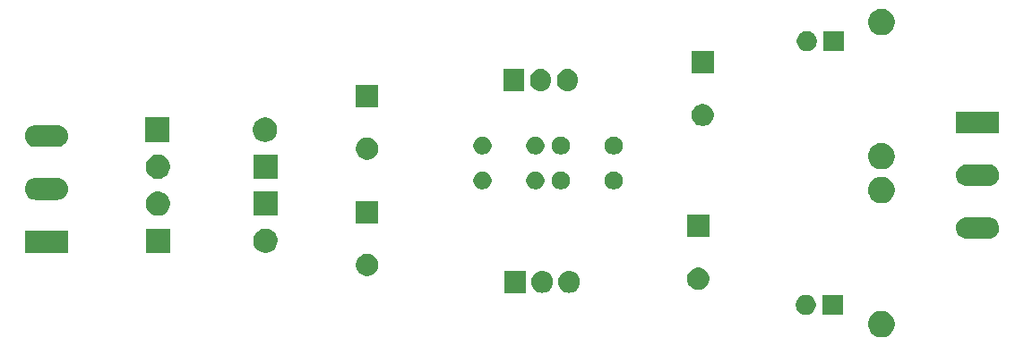
<source format=gbr>
G04 #@! TF.GenerationSoftware,KiCad,Pcbnew,5.1.5+dfsg1-2build2*
G04 #@! TF.CreationDate,2021-08-20T20:11:23+12:00*
G04 #@! TF.ProjectId,15vDualRailAC-DC,31357644-7561-46c5-9261-696c41432d44,rev?*
G04 #@! TF.SameCoordinates,Original*
G04 #@! TF.FileFunction,Soldermask,Top*
G04 #@! TF.FilePolarity,Negative*
%FSLAX46Y46*%
G04 Gerber Fmt 4.6, Leading zero omitted, Abs format (unit mm)*
G04 Created by KiCad (PCBNEW 5.1.5+dfsg1-2build2) date 2021-08-20 20:11:23*
%MOMM*%
%LPD*%
G04 APERTURE LIST*
%ADD10C,0.100000*%
G04 APERTURE END LIST*
D10*
G36*
X174264903Y-87697075D02*
G01*
X174492571Y-87791378D01*
X174697466Y-87928285D01*
X174871715Y-88102534D01*
X175008622Y-88307429D01*
X175102925Y-88535097D01*
X175151000Y-88776787D01*
X175151000Y-89023213D01*
X175102925Y-89264903D01*
X175008622Y-89492571D01*
X174871715Y-89697466D01*
X174697466Y-89871715D01*
X174492571Y-90008622D01*
X174492570Y-90008623D01*
X174492569Y-90008623D01*
X174264903Y-90102925D01*
X174023214Y-90151000D01*
X173776786Y-90151000D01*
X173535097Y-90102925D01*
X173307431Y-90008623D01*
X173307430Y-90008623D01*
X173307429Y-90008622D01*
X173102534Y-89871715D01*
X172928285Y-89697466D01*
X172791378Y-89492571D01*
X172697075Y-89264903D01*
X172649000Y-89023213D01*
X172649000Y-88776787D01*
X172697075Y-88535097D01*
X172791378Y-88307429D01*
X172928285Y-88102534D01*
X173102534Y-87928285D01*
X173307429Y-87791378D01*
X173535097Y-87697075D01*
X173776786Y-87649000D01*
X174023214Y-87649000D01*
X174264903Y-87697075D01*
G37*
G36*
X170251000Y-88051000D02*
G01*
X168349000Y-88051000D01*
X168349000Y-86149000D01*
X170251000Y-86149000D01*
X170251000Y-88051000D01*
G37*
G36*
X167037395Y-86185546D02*
G01*
X167210466Y-86257234D01*
X167210467Y-86257235D01*
X167366227Y-86361310D01*
X167498690Y-86493773D01*
X167498691Y-86493775D01*
X167602766Y-86649534D01*
X167674454Y-86822605D01*
X167711000Y-87006333D01*
X167711000Y-87193667D01*
X167674454Y-87377395D01*
X167602766Y-87550466D01*
X167602765Y-87550467D01*
X167498690Y-87706227D01*
X167366227Y-87838690D01*
X167287818Y-87891081D01*
X167210466Y-87942766D01*
X167037395Y-88014454D01*
X166853667Y-88051000D01*
X166666333Y-88051000D01*
X166482605Y-88014454D01*
X166309534Y-87942766D01*
X166232182Y-87891081D01*
X166153773Y-87838690D01*
X166021310Y-87706227D01*
X165917235Y-87550467D01*
X165917234Y-87550466D01*
X165845546Y-87377395D01*
X165809000Y-87193667D01*
X165809000Y-87006333D01*
X165845546Y-86822605D01*
X165917234Y-86649534D01*
X166021309Y-86493775D01*
X166021310Y-86493773D01*
X166153773Y-86361310D01*
X166309533Y-86257235D01*
X166309534Y-86257234D01*
X166482605Y-86185546D01*
X166666333Y-86149000D01*
X166853667Y-86149000D01*
X167037395Y-86185546D01*
G37*
G36*
X144576719Y-83863520D02*
G01*
X144765880Y-83920901D01*
X144765883Y-83920902D01*
X144857688Y-83969973D01*
X144940212Y-84014083D01*
X145093015Y-84139485D01*
X145218417Y-84292288D01*
X145311599Y-84466619D01*
X145368980Y-84655780D01*
X145383500Y-84803206D01*
X145383500Y-84996793D01*
X145368980Y-85144219D01*
X145330833Y-85269973D01*
X145311598Y-85333383D01*
X145267243Y-85416365D01*
X145218417Y-85507712D01*
X145093015Y-85660515D01*
X144940212Y-85785917D01*
X144765881Y-85879099D01*
X144576720Y-85936480D01*
X144380000Y-85955855D01*
X144183281Y-85936480D01*
X143994120Y-85879099D01*
X143819788Y-85785917D01*
X143666985Y-85660515D01*
X143541583Y-85507712D01*
X143448401Y-85333381D01*
X143391020Y-85144220D01*
X143376500Y-84996794D01*
X143376500Y-84803207D01*
X143391020Y-84655781D01*
X143448401Y-84466620D01*
X143448402Y-84466617D01*
X143510201Y-84351000D01*
X143541583Y-84292288D01*
X143666985Y-84139485D01*
X143819788Y-84014083D01*
X143994119Y-83920901D01*
X144183280Y-83863520D01*
X144380000Y-83844145D01*
X144576719Y-83863520D01*
G37*
G36*
X142036719Y-83863520D02*
G01*
X142225880Y-83920901D01*
X142225883Y-83920902D01*
X142317688Y-83969973D01*
X142400212Y-84014083D01*
X142553015Y-84139485D01*
X142678417Y-84292288D01*
X142771599Y-84466619D01*
X142828980Y-84655780D01*
X142843500Y-84803206D01*
X142843500Y-84996793D01*
X142828980Y-85144219D01*
X142790833Y-85269973D01*
X142771598Y-85333383D01*
X142727243Y-85416365D01*
X142678417Y-85507712D01*
X142553015Y-85660515D01*
X142400212Y-85785917D01*
X142225881Y-85879099D01*
X142036720Y-85936480D01*
X141840000Y-85955855D01*
X141643281Y-85936480D01*
X141454120Y-85879099D01*
X141279788Y-85785917D01*
X141126985Y-85660515D01*
X141001583Y-85507712D01*
X140908401Y-85333381D01*
X140851020Y-85144220D01*
X140836500Y-84996794D01*
X140836500Y-84803207D01*
X140851020Y-84655781D01*
X140908401Y-84466620D01*
X140908402Y-84466617D01*
X140970201Y-84351000D01*
X141001583Y-84292288D01*
X141126985Y-84139485D01*
X141279788Y-84014083D01*
X141454119Y-83920901D01*
X141643280Y-83863520D01*
X141840000Y-83844145D01*
X142036719Y-83863520D01*
G37*
G36*
X140303500Y-85951000D02*
G01*
X138296500Y-85951000D01*
X138296500Y-83849000D01*
X140303500Y-83849000D01*
X140303500Y-85951000D01*
G37*
G36*
X156906564Y-83589389D02*
G01*
X157097833Y-83668615D01*
X157097835Y-83668616D01*
X157269973Y-83783635D01*
X157416365Y-83930027D01*
X157531385Y-84102167D01*
X157610611Y-84293436D01*
X157651000Y-84496484D01*
X157651000Y-84703516D01*
X157610611Y-84906564D01*
X157573236Y-84996795D01*
X157531384Y-85097835D01*
X157416365Y-85269973D01*
X157269973Y-85416365D01*
X157097835Y-85531384D01*
X157097834Y-85531385D01*
X157097833Y-85531385D01*
X156906564Y-85610611D01*
X156703516Y-85651000D01*
X156496484Y-85651000D01*
X156293436Y-85610611D01*
X156102167Y-85531385D01*
X156102166Y-85531385D01*
X156102165Y-85531384D01*
X155930027Y-85416365D01*
X155783635Y-85269973D01*
X155668616Y-85097835D01*
X155626764Y-84996795D01*
X155589389Y-84906564D01*
X155549000Y-84703516D01*
X155549000Y-84496484D01*
X155589389Y-84293436D01*
X155668615Y-84102167D01*
X155783635Y-83930027D01*
X155930027Y-83783635D01*
X156102165Y-83668616D01*
X156102167Y-83668615D01*
X156293436Y-83589389D01*
X156496484Y-83549000D01*
X156703516Y-83549000D01*
X156906564Y-83589389D01*
G37*
G36*
X125606564Y-82289389D02*
G01*
X125797833Y-82368615D01*
X125797835Y-82368616D01*
X125969973Y-82483635D01*
X126116365Y-82630027D01*
X126231385Y-82802167D01*
X126310611Y-82993436D01*
X126351000Y-83196484D01*
X126351000Y-83403516D01*
X126310611Y-83606564D01*
X126284908Y-83668616D01*
X126231384Y-83797835D01*
X126116365Y-83969973D01*
X125969973Y-84116365D01*
X125797835Y-84231384D01*
X125797834Y-84231385D01*
X125797833Y-84231385D01*
X125606564Y-84310611D01*
X125403516Y-84351000D01*
X125196484Y-84351000D01*
X124993436Y-84310611D01*
X124802167Y-84231385D01*
X124802166Y-84231385D01*
X124802165Y-84231384D01*
X124630027Y-84116365D01*
X124483635Y-83969973D01*
X124368616Y-83797835D01*
X124315092Y-83668616D01*
X124289389Y-83606564D01*
X124249000Y-83403516D01*
X124249000Y-83196484D01*
X124289389Y-82993436D01*
X124368615Y-82802167D01*
X124483635Y-82630027D01*
X124630027Y-82483635D01*
X124802165Y-82368616D01*
X124802167Y-82368615D01*
X124993436Y-82289389D01*
X125196484Y-82249000D01*
X125403516Y-82249000D01*
X125606564Y-82289389D01*
G37*
G36*
X106691000Y-82151000D02*
G01*
X104389000Y-82151000D01*
X104389000Y-79849000D01*
X106691000Y-79849000D01*
X106691000Y-82151000D01*
G37*
G36*
X115924549Y-79871116D02*
G01*
X116035734Y-79893232D01*
X116245203Y-79979997D01*
X116433720Y-80105960D01*
X116594040Y-80266280D01*
X116670790Y-80381145D01*
X116720004Y-80454799D01*
X116806768Y-80664267D01*
X116841923Y-80841000D01*
X116851000Y-80886636D01*
X116851000Y-81113364D01*
X116806768Y-81335734D01*
X116720003Y-81545203D01*
X116594040Y-81733720D01*
X116433720Y-81894040D01*
X116245203Y-82020003D01*
X116035734Y-82106768D01*
X115924549Y-82128884D01*
X115813365Y-82151000D01*
X115586635Y-82151000D01*
X115475451Y-82128884D01*
X115364266Y-82106768D01*
X115154797Y-82020003D01*
X114966280Y-81894040D01*
X114805960Y-81733720D01*
X114679997Y-81545203D01*
X114593232Y-81335734D01*
X114549000Y-81113364D01*
X114549000Y-80886636D01*
X114558078Y-80841000D01*
X114593232Y-80664267D01*
X114679996Y-80454799D01*
X114729210Y-80381145D01*
X114805960Y-80266280D01*
X114966280Y-80105960D01*
X115154797Y-79979997D01*
X115364266Y-79893232D01*
X115475451Y-79871116D01*
X115586635Y-79849000D01*
X115813365Y-79849000D01*
X115924549Y-79871116D01*
G37*
G36*
X97031000Y-82141000D02*
G01*
X92969000Y-82141000D01*
X92969000Y-80059000D01*
X97031000Y-80059000D01*
X97031000Y-82141000D01*
G37*
G36*
X184092112Y-78764021D02*
G01*
X184194072Y-78774063D01*
X184390301Y-78833589D01*
X184390303Y-78833590D01*
X184571145Y-78930252D01*
X184729660Y-79060340D01*
X184859747Y-79218854D01*
X184956411Y-79399699D01*
X185015937Y-79595928D01*
X185036036Y-79800000D01*
X185015937Y-80004072D01*
X184985029Y-80105960D01*
X184956410Y-80200303D01*
X184859748Y-80381145D01*
X184729660Y-80539660D01*
X184571145Y-80669748D01*
X184390303Y-80766410D01*
X184390301Y-80766411D01*
X184194072Y-80825937D01*
X184092112Y-80835979D01*
X184041133Y-80841000D01*
X181958867Y-80841000D01*
X181907888Y-80835979D01*
X181805928Y-80825937D01*
X181609699Y-80766411D01*
X181609697Y-80766410D01*
X181428855Y-80669748D01*
X181270340Y-80539660D01*
X181140252Y-80381145D01*
X181043590Y-80200303D01*
X181014971Y-80105960D01*
X180984063Y-80004072D01*
X180963964Y-79800000D01*
X180984063Y-79595928D01*
X181043589Y-79399699D01*
X181140253Y-79218854D01*
X181270340Y-79060340D01*
X181428855Y-78930252D01*
X181609697Y-78833590D01*
X181609699Y-78833589D01*
X181805928Y-78774063D01*
X181907888Y-78764021D01*
X181958867Y-78759000D01*
X184041133Y-78759000D01*
X184092112Y-78764021D01*
G37*
G36*
X157651000Y-80651000D02*
G01*
X155549000Y-80651000D01*
X155549000Y-78549000D01*
X157651000Y-78549000D01*
X157651000Y-80651000D01*
G37*
G36*
X126351000Y-79351000D02*
G01*
X124249000Y-79351000D01*
X124249000Y-77249000D01*
X126351000Y-77249000D01*
X126351000Y-79351000D01*
G37*
G36*
X116851000Y-78651000D02*
G01*
X114549000Y-78651000D01*
X114549000Y-76349000D01*
X116851000Y-76349000D01*
X116851000Y-78651000D01*
G37*
G36*
X105764549Y-76371116D02*
G01*
X105875734Y-76393232D01*
X106085203Y-76479997D01*
X106273720Y-76605960D01*
X106434040Y-76766280D01*
X106560003Y-76954797D01*
X106560004Y-76954799D01*
X106566196Y-76969748D01*
X106646768Y-77164266D01*
X106691000Y-77386636D01*
X106691000Y-77613364D01*
X106646768Y-77835734D01*
X106560003Y-78045203D01*
X106434040Y-78233720D01*
X106273720Y-78394040D01*
X106085203Y-78520003D01*
X105875734Y-78606768D01*
X105764549Y-78628884D01*
X105653365Y-78651000D01*
X105426635Y-78651000D01*
X105315451Y-78628884D01*
X105204266Y-78606768D01*
X104994797Y-78520003D01*
X104806280Y-78394040D01*
X104645960Y-78233720D01*
X104519997Y-78045203D01*
X104433232Y-77835734D01*
X104389000Y-77613364D01*
X104389000Y-77386636D01*
X104433232Y-77164266D01*
X104513804Y-76969748D01*
X104519996Y-76954799D01*
X104519997Y-76954797D01*
X104645960Y-76766280D01*
X104806280Y-76605960D01*
X104994797Y-76479997D01*
X105204266Y-76393232D01*
X105315451Y-76371116D01*
X105426635Y-76349000D01*
X105653365Y-76349000D01*
X105764549Y-76371116D01*
G37*
G36*
X174264903Y-74997075D02*
G01*
X174414404Y-75059000D01*
X174492571Y-75091378D01*
X174697466Y-75228285D01*
X174871715Y-75402534D01*
X175008622Y-75607429D01*
X175008623Y-75607431D01*
X175102925Y-75835097D01*
X175151000Y-76076786D01*
X175151000Y-76323214D01*
X175119814Y-76479996D01*
X175102925Y-76564903D01*
X175008622Y-76792571D01*
X174871715Y-76997466D01*
X174697466Y-77171715D01*
X174492571Y-77308622D01*
X174492570Y-77308623D01*
X174492569Y-77308623D01*
X174264903Y-77402925D01*
X174023214Y-77451000D01*
X173776786Y-77451000D01*
X173535097Y-77402925D01*
X173307431Y-77308623D01*
X173307430Y-77308623D01*
X173307429Y-77308622D01*
X173102534Y-77171715D01*
X172928285Y-76997466D01*
X172791378Y-76792571D01*
X172697075Y-76564903D01*
X172680186Y-76479996D01*
X172649000Y-76323214D01*
X172649000Y-76076786D01*
X172697075Y-75835097D01*
X172791377Y-75607431D01*
X172791378Y-75607429D01*
X172928285Y-75402534D01*
X173102534Y-75228285D01*
X173307429Y-75091378D01*
X173385597Y-75059000D01*
X173535097Y-74997075D01*
X173776786Y-74949000D01*
X174023214Y-74949000D01*
X174264903Y-74997075D01*
G37*
G36*
X96092112Y-75064021D02*
G01*
X96194072Y-75074063D01*
X96390301Y-75133589D01*
X96390303Y-75133590D01*
X96571145Y-75230252D01*
X96729660Y-75360340D01*
X96859748Y-75518855D01*
X96907093Y-75607431D01*
X96956411Y-75699699D01*
X97015937Y-75895928D01*
X97036036Y-76100000D01*
X97015937Y-76304072D01*
X96962570Y-76479997D01*
X96956410Y-76500303D01*
X96859748Y-76681145D01*
X96729660Y-76839660D01*
X96571145Y-76969748D01*
X96519288Y-76997466D01*
X96390301Y-77066411D01*
X96194072Y-77125937D01*
X96092112Y-77135979D01*
X96041133Y-77141000D01*
X93958867Y-77141000D01*
X93907888Y-77135979D01*
X93805928Y-77125937D01*
X93609699Y-77066411D01*
X93480712Y-76997466D01*
X93428855Y-76969748D01*
X93270340Y-76839660D01*
X93140252Y-76681145D01*
X93043590Y-76500303D01*
X93037430Y-76479997D01*
X92984063Y-76304072D01*
X92963964Y-76100000D01*
X92984063Y-75895928D01*
X93043589Y-75699699D01*
X93092907Y-75607431D01*
X93140252Y-75518855D01*
X93270340Y-75360340D01*
X93428855Y-75230252D01*
X93609697Y-75133590D01*
X93609699Y-75133589D01*
X93805928Y-75074063D01*
X93907888Y-75064021D01*
X93958867Y-75059000D01*
X96041133Y-75059000D01*
X96092112Y-75064021D01*
G37*
G36*
X143848228Y-74481703D02*
G01*
X144003100Y-74545853D01*
X144142481Y-74638985D01*
X144261015Y-74757519D01*
X144354147Y-74896900D01*
X144418297Y-75051772D01*
X144451000Y-75216184D01*
X144451000Y-75383816D01*
X144418297Y-75548228D01*
X144354147Y-75703100D01*
X144261015Y-75842481D01*
X144142481Y-75961015D01*
X144003100Y-76054147D01*
X143848228Y-76118297D01*
X143683816Y-76151000D01*
X143516184Y-76151000D01*
X143351772Y-76118297D01*
X143196900Y-76054147D01*
X143057519Y-75961015D01*
X142938985Y-75842481D01*
X142845853Y-75703100D01*
X142781703Y-75548228D01*
X142749000Y-75383816D01*
X142749000Y-75216184D01*
X142781703Y-75051772D01*
X142845853Y-74896900D01*
X142938985Y-74757519D01*
X143057519Y-74638985D01*
X143196900Y-74545853D01*
X143351772Y-74481703D01*
X143516184Y-74449000D01*
X143683816Y-74449000D01*
X143848228Y-74481703D01*
G37*
G36*
X148848228Y-74481703D02*
G01*
X149003100Y-74545853D01*
X149142481Y-74638985D01*
X149261015Y-74757519D01*
X149354147Y-74896900D01*
X149418297Y-75051772D01*
X149451000Y-75216184D01*
X149451000Y-75383816D01*
X149418297Y-75548228D01*
X149354147Y-75703100D01*
X149261015Y-75842481D01*
X149142481Y-75961015D01*
X149003100Y-76054147D01*
X148848228Y-76118297D01*
X148683816Y-76151000D01*
X148516184Y-76151000D01*
X148351772Y-76118297D01*
X148196900Y-76054147D01*
X148057519Y-75961015D01*
X147938985Y-75842481D01*
X147845853Y-75703100D01*
X147781703Y-75548228D01*
X147749000Y-75383816D01*
X147749000Y-75216184D01*
X147781703Y-75051772D01*
X147845853Y-74896900D01*
X147938985Y-74757519D01*
X148057519Y-74638985D01*
X148196900Y-74545853D01*
X148351772Y-74481703D01*
X148516184Y-74449000D01*
X148683816Y-74449000D01*
X148848228Y-74481703D01*
G37*
G36*
X141448228Y-74481703D02*
G01*
X141603100Y-74545853D01*
X141742481Y-74638985D01*
X141861015Y-74757519D01*
X141954147Y-74896900D01*
X142018297Y-75051772D01*
X142051000Y-75216184D01*
X142051000Y-75383816D01*
X142018297Y-75548228D01*
X141954147Y-75703100D01*
X141861015Y-75842481D01*
X141742481Y-75961015D01*
X141603100Y-76054147D01*
X141448228Y-76118297D01*
X141283816Y-76151000D01*
X141116184Y-76151000D01*
X140951772Y-76118297D01*
X140796900Y-76054147D01*
X140657519Y-75961015D01*
X140538985Y-75842481D01*
X140445853Y-75703100D01*
X140381703Y-75548228D01*
X140349000Y-75383816D01*
X140349000Y-75216184D01*
X140381703Y-75051772D01*
X140445853Y-74896900D01*
X140538985Y-74757519D01*
X140657519Y-74638985D01*
X140796900Y-74545853D01*
X140951772Y-74481703D01*
X141116184Y-74449000D01*
X141283816Y-74449000D01*
X141448228Y-74481703D01*
G37*
G36*
X136448228Y-74481703D02*
G01*
X136603100Y-74545853D01*
X136742481Y-74638985D01*
X136861015Y-74757519D01*
X136954147Y-74896900D01*
X137018297Y-75051772D01*
X137051000Y-75216184D01*
X137051000Y-75383816D01*
X137018297Y-75548228D01*
X136954147Y-75703100D01*
X136861015Y-75842481D01*
X136742481Y-75961015D01*
X136603100Y-76054147D01*
X136448228Y-76118297D01*
X136283816Y-76151000D01*
X136116184Y-76151000D01*
X135951772Y-76118297D01*
X135796900Y-76054147D01*
X135657519Y-75961015D01*
X135538985Y-75842481D01*
X135445853Y-75703100D01*
X135381703Y-75548228D01*
X135349000Y-75383816D01*
X135349000Y-75216184D01*
X135381703Y-75051772D01*
X135445853Y-74896900D01*
X135538985Y-74757519D01*
X135657519Y-74638985D01*
X135796900Y-74545853D01*
X135951772Y-74481703D01*
X136116184Y-74449000D01*
X136283816Y-74449000D01*
X136448228Y-74481703D01*
G37*
G36*
X184092112Y-73764021D02*
G01*
X184194072Y-73774063D01*
X184390301Y-73833589D01*
X184390303Y-73833590D01*
X184571145Y-73930252D01*
X184729660Y-74060340D01*
X184859748Y-74218855D01*
X184922221Y-74335734D01*
X184956411Y-74399699D01*
X185015937Y-74595928D01*
X185036036Y-74800000D01*
X185015937Y-75004072D01*
X184971366Y-75151000D01*
X184956410Y-75200303D01*
X184859748Y-75381145D01*
X184729660Y-75539660D01*
X184571145Y-75669748D01*
X184390303Y-75766410D01*
X184390301Y-75766411D01*
X184194072Y-75825937D01*
X184101067Y-75835097D01*
X184041133Y-75841000D01*
X181958867Y-75841000D01*
X181898933Y-75835097D01*
X181805928Y-75825937D01*
X181609699Y-75766411D01*
X181609697Y-75766410D01*
X181428855Y-75669748D01*
X181270340Y-75539660D01*
X181140252Y-75381145D01*
X181043590Y-75200303D01*
X181028634Y-75151000D01*
X180984063Y-75004072D01*
X180963964Y-74800000D01*
X180984063Y-74595928D01*
X181043589Y-74399699D01*
X181077779Y-74335734D01*
X181140252Y-74218855D01*
X181270340Y-74060340D01*
X181428855Y-73930252D01*
X181609697Y-73833590D01*
X181609699Y-73833589D01*
X181805928Y-73774063D01*
X181907888Y-73764021D01*
X181958867Y-73759000D01*
X184041133Y-73759000D01*
X184092112Y-73764021D01*
G37*
G36*
X105764549Y-72871116D02*
G01*
X105875734Y-72893232D01*
X106085203Y-72979997D01*
X106273720Y-73105960D01*
X106434040Y-73266280D01*
X106560003Y-73454797D01*
X106646768Y-73664266D01*
X106691000Y-73886636D01*
X106691000Y-74113364D01*
X106646768Y-74335734D01*
X106560003Y-74545203D01*
X106434040Y-74733720D01*
X106273720Y-74894040D01*
X106085203Y-75020003D01*
X105875734Y-75106768D01*
X105764549Y-75128884D01*
X105653365Y-75151000D01*
X105426635Y-75151000D01*
X105315451Y-75128884D01*
X105204266Y-75106768D01*
X104994797Y-75020003D01*
X104806280Y-74894040D01*
X104645960Y-74733720D01*
X104519997Y-74545203D01*
X104433232Y-74335734D01*
X104389000Y-74113364D01*
X104389000Y-73886636D01*
X104433232Y-73664266D01*
X104519997Y-73454797D01*
X104645960Y-73266280D01*
X104806280Y-73105960D01*
X104994797Y-72979997D01*
X105204266Y-72893232D01*
X105315451Y-72871116D01*
X105426635Y-72849000D01*
X105653365Y-72849000D01*
X105764549Y-72871116D01*
G37*
G36*
X116851000Y-75151000D02*
G01*
X114549000Y-75151000D01*
X114549000Y-72849000D01*
X116851000Y-72849000D01*
X116851000Y-75151000D01*
G37*
G36*
X174264903Y-71797075D02*
G01*
X174367713Y-71839660D01*
X174492571Y-71891378D01*
X174697466Y-72028285D01*
X174871715Y-72202534D01*
X175005727Y-72403097D01*
X175008623Y-72407431D01*
X175102925Y-72635097D01*
X175126606Y-72754147D01*
X175151000Y-72876787D01*
X175151000Y-73123213D01*
X175102925Y-73364903D01*
X175008622Y-73592571D01*
X174871715Y-73797466D01*
X174697466Y-73971715D01*
X174492571Y-74108622D01*
X174492570Y-74108623D01*
X174492569Y-74108623D01*
X174264903Y-74202925D01*
X174023214Y-74251000D01*
X173776786Y-74251000D01*
X173535097Y-74202925D01*
X173307431Y-74108623D01*
X173307430Y-74108623D01*
X173307429Y-74108622D01*
X173102534Y-73971715D01*
X172928285Y-73797466D01*
X172791378Y-73592571D01*
X172697075Y-73364903D01*
X172649000Y-73123213D01*
X172649000Y-72876787D01*
X172673395Y-72754147D01*
X172697075Y-72635097D01*
X172791377Y-72407431D01*
X172794273Y-72403097D01*
X172928285Y-72202534D01*
X173102534Y-72028285D01*
X173307429Y-71891378D01*
X173432288Y-71839660D01*
X173535097Y-71797075D01*
X173776786Y-71749000D01*
X174023214Y-71749000D01*
X174264903Y-71797075D01*
G37*
G36*
X125606564Y-71289389D02*
G01*
X125797833Y-71368615D01*
X125797835Y-71368616D01*
X125930888Y-71457519D01*
X125969973Y-71483635D01*
X126116365Y-71630027D01*
X126231385Y-71802167D01*
X126310611Y-71993436D01*
X126351000Y-72196484D01*
X126351000Y-72403516D01*
X126310611Y-72606564D01*
X126249480Y-72754147D01*
X126231384Y-72797835D01*
X126116365Y-72969973D01*
X125969973Y-73116365D01*
X125797835Y-73231384D01*
X125797834Y-73231385D01*
X125797833Y-73231385D01*
X125606564Y-73310611D01*
X125403516Y-73351000D01*
X125196484Y-73351000D01*
X124993436Y-73310611D01*
X124802167Y-73231385D01*
X124802166Y-73231385D01*
X124802165Y-73231384D01*
X124630027Y-73116365D01*
X124483635Y-72969973D01*
X124368616Y-72797835D01*
X124350520Y-72754147D01*
X124289389Y-72606564D01*
X124249000Y-72403516D01*
X124249000Y-72196484D01*
X124289389Y-71993436D01*
X124368615Y-71802167D01*
X124483635Y-71630027D01*
X124630027Y-71483635D01*
X124669112Y-71457519D01*
X124802165Y-71368616D01*
X124802167Y-71368615D01*
X124993436Y-71289389D01*
X125196484Y-71249000D01*
X125403516Y-71249000D01*
X125606564Y-71289389D01*
G37*
G36*
X143848228Y-71181703D02*
G01*
X144003100Y-71245853D01*
X144142481Y-71338985D01*
X144261015Y-71457519D01*
X144354147Y-71596900D01*
X144418297Y-71751772D01*
X144451000Y-71916184D01*
X144451000Y-72083816D01*
X144418297Y-72248228D01*
X144354147Y-72403100D01*
X144261015Y-72542481D01*
X144142481Y-72661015D01*
X144003100Y-72754147D01*
X143848228Y-72818297D01*
X143683816Y-72851000D01*
X143516184Y-72851000D01*
X143351772Y-72818297D01*
X143196900Y-72754147D01*
X143057519Y-72661015D01*
X142938985Y-72542481D01*
X142845853Y-72403100D01*
X142781703Y-72248228D01*
X142749000Y-72083816D01*
X142749000Y-71916184D01*
X142781703Y-71751772D01*
X142845853Y-71596900D01*
X142938985Y-71457519D01*
X143057519Y-71338985D01*
X143196900Y-71245853D01*
X143351772Y-71181703D01*
X143516184Y-71149000D01*
X143683816Y-71149000D01*
X143848228Y-71181703D01*
G37*
G36*
X141448228Y-71181703D02*
G01*
X141603100Y-71245853D01*
X141742481Y-71338985D01*
X141861015Y-71457519D01*
X141954147Y-71596900D01*
X142018297Y-71751772D01*
X142051000Y-71916184D01*
X142051000Y-72083816D01*
X142018297Y-72248228D01*
X141954147Y-72403100D01*
X141861015Y-72542481D01*
X141742481Y-72661015D01*
X141603100Y-72754147D01*
X141448228Y-72818297D01*
X141283816Y-72851000D01*
X141116184Y-72851000D01*
X140951772Y-72818297D01*
X140796900Y-72754147D01*
X140657519Y-72661015D01*
X140538985Y-72542481D01*
X140445853Y-72403100D01*
X140381703Y-72248228D01*
X140349000Y-72083816D01*
X140349000Y-71916184D01*
X140381703Y-71751772D01*
X140445853Y-71596900D01*
X140538985Y-71457519D01*
X140657519Y-71338985D01*
X140796900Y-71245853D01*
X140951772Y-71181703D01*
X141116184Y-71149000D01*
X141283816Y-71149000D01*
X141448228Y-71181703D01*
G37*
G36*
X136448228Y-71181703D02*
G01*
X136603100Y-71245853D01*
X136742481Y-71338985D01*
X136861015Y-71457519D01*
X136954147Y-71596900D01*
X137018297Y-71751772D01*
X137051000Y-71916184D01*
X137051000Y-72083816D01*
X137018297Y-72248228D01*
X136954147Y-72403100D01*
X136861015Y-72542481D01*
X136742481Y-72661015D01*
X136603100Y-72754147D01*
X136448228Y-72818297D01*
X136283816Y-72851000D01*
X136116184Y-72851000D01*
X135951772Y-72818297D01*
X135796900Y-72754147D01*
X135657519Y-72661015D01*
X135538985Y-72542481D01*
X135445853Y-72403100D01*
X135381703Y-72248228D01*
X135349000Y-72083816D01*
X135349000Y-71916184D01*
X135381703Y-71751772D01*
X135445853Y-71596900D01*
X135538985Y-71457519D01*
X135657519Y-71338985D01*
X135796900Y-71245853D01*
X135951772Y-71181703D01*
X136116184Y-71149000D01*
X136283816Y-71149000D01*
X136448228Y-71181703D01*
G37*
G36*
X148848228Y-71181703D02*
G01*
X149003100Y-71245853D01*
X149142481Y-71338985D01*
X149261015Y-71457519D01*
X149354147Y-71596900D01*
X149418297Y-71751772D01*
X149451000Y-71916184D01*
X149451000Y-72083816D01*
X149418297Y-72248228D01*
X149354147Y-72403100D01*
X149261015Y-72542481D01*
X149142481Y-72661015D01*
X149003100Y-72754147D01*
X148848228Y-72818297D01*
X148683816Y-72851000D01*
X148516184Y-72851000D01*
X148351772Y-72818297D01*
X148196900Y-72754147D01*
X148057519Y-72661015D01*
X147938985Y-72542481D01*
X147845853Y-72403100D01*
X147781703Y-72248228D01*
X147749000Y-72083816D01*
X147749000Y-71916184D01*
X147781703Y-71751772D01*
X147845853Y-71596900D01*
X147938985Y-71457519D01*
X148057519Y-71338985D01*
X148196900Y-71245853D01*
X148351772Y-71181703D01*
X148516184Y-71149000D01*
X148683816Y-71149000D01*
X148848228Y-71181703D01*
G37*
G36*
X96092112Y-70064021D02*
G01*
X96194072Y-70074063D01*
X96390301Y-70133589D01*
X96390303Y-70133590D01*
X96571145Y-70230252D01*
X96729660Y-70360340D01*
X96859748Y-70518855D01*
X96956410Y-70699697D01*
X96956411Y-70699699D01*
X97015937Y-70895928D01*
X97036036Y-71100000D01*
X97015937Y-71304072D01*
X96956411Y-71500301D01*
X96956410Y-71500303D01*
X96859748Y-71681145D01*
X96729660Y-71839660D01*
X96571145Y-71969748D01*
X96390303Y-72066410D01*
X96390301Y-72066411D01*
X96194072Y-72125937D01*
X96092112Y-72135979D01*
X96041133Y-72141000D01*
X93958867Y-72141000D01*
X93907888Y-72135979D01*
X93805928Y-72125937D01*
X93609699Y-72066411D01*
X93609697Y-72066410D01*
X93428855Y-71969748D01*
X93270340Y-71839660D01*
X93140252Y-71681145D01*
X93043590Y-71500303D01*
X93043589Y-71500301D01*
X92984063Y-71304072D01*
X92963964Y-71100000D01*
X92984063Y-70895928D01*
X93043589Y-70699699D01*
X93043590Y-70699697D01*
X93140252Y-70518855D01*
X93270340Y-70360340D01*
X93428855Y-70230252D01*
X93609697Y-70133590D01*
X93609699Y-70133589D01*
X93805928Y-70074063D01*
X93907888Y-70064021D01*
X93958867Y-70059000D01*
X96041133Y-70059000D01*
X96092112Y-70064021D01*
G37*
G36*
X106651000Y-71651000D02*
G01*
X104349000Y-71651000D01*
X104349000Y-69349000D01*
X106651000Y-69349000D01*
X106651000Y-71651000D01*
G37*
G36*
X115884549Y-69371116D02*
G01*
X115995734Y-69393232D01*
X116205203Y-69479997D01*
X116393720Y-69605960D01*
X116554040Y-69766280D01*
X116680003Y-69954797D01*
X116754062Y-70133590D01*
X116766768Y-70164267D01*
X116805770Y-70360340D01*
X116811000Y-70386636D01*
X116811000Y-70613364D01*
X116766768Y-70835734D01*
X116680003Y-71045203D01*
X116554040Y-71233720D01*
X116393720Y-71394040D01*
X116205203Y-71520003D01*
X115995734Y-71606768D01*
X115884549Y-71628884D01*
X115773365Y-71651000D01*
X115546635Y-71651000D01*
X115435451Y-71628884D01*
X115324266Y-71606768D01*
X115114797Y-71520003D01*
X114926280Y-71394040D01*
X114765960Y-71233720D01*
X114639997Y-71045203D01*
X114553232Y-70835734D01*
X114509000Y-70613364D01*
X114509000Y-70386636D01*
X114514231Y-70360340D01*
X114553232Y-70164267D01*
X114565939Y-70133590D01*
X114639997Y-69954797D01*
X114765960Y-69766280D01*
X114926280Y-69605960D01*
X115114797Y-69479997D01*
X115324266Y-69393232D01*
X115435451Y-69371116D01*
X115546635Y-69349000D01*
X115773365Y-69349000D01*
X115884549Y-69371116D01*
G37*
G36*
X185031000Y-70841000D02*
G01*
X180969000Y-70841000D01*
X180969000Y-68759000D01*
X185031000Y-68759000D01*
X185031000Y-70841000D01*
G37*
G36*
X157306564Y-68089389D02*
G01*
X157497833Y-68168615D01*
X157497835Y-68168616D01*
X157669973Y-68283635D01*
X157816365Y-68430027D01*
X157931385Y-68602167D01*
X158010611Y-68793436D01*
X158051000Y-68996484D01*
X158051000Y-69203516D01*
X158010611Y-69406564D01*
X157980194Y-69479997D01*
X157931384Y-69597835D01*
X157816365Y-69769973D01*
X157669973Y-69916365D01*
X157497835Y-70031384D01*
X157497834Y-70031385D01*
X157497833Y-70031385D01*
X157306564Y-70110611D01*
X157103516Y-70151000D01*
X156896484Y-70151000D01*
X156693436Y-70110611D01*
X156502167Y-70031385D01*
X156502166Y-70031385D01*
X156502165Y-70031384D01*
X156330027Y-69916365D01*
X156183635Y-69769973D01*
X156068616Y-69597835D01*
X156019806Y-69479997D01*
X155989389Y-69406564D01*
X155949000Y-69203516D01*
X155949000Y-68996484D01*
X155989389Y-68793436D01*
X156068615Y-68602167D01*
X156183635Y-68430027D01*
X156330027Y-68283635D01*
X156502165Y-68168616D01*
X156502167Y-68168615D01*
X156693436Y-68089389D01*
X156896484Y-68049000D01*
X157103516Y-68049000D01*
X157306564Y-68089389D01*
G37*
G36*
X126351000Y-68351000D02*
G01*
X124249000Y-68351000D01*
X124249000Y-66249000D01*
X126351000Y-66249000D01*
X126351000Y-68351000D01*
G37*
G36*
X144436719Y-64763520D02*
G01*
X144625880Y-64820901D01*
X144625883Y-64820902D01*
X144718333Y-64870318D01*
X144800212Y-64914083D01*
X144953015Y-65039485D01*
X145078417Y-65192288D01*
X145171599Y-65366619D01*
X145228980Y-65555780D01*
X145243500Y-65703206D01*
X145243500Y-65896793D01*
X145228980Y-66044219D01*
X145171599Y-66233380D01*
X145171598Y-66233383D01*
X145163250Y-66249000D01*
X145078417Y-66407712D01*
X144953015Y-66560515D01*
X144800212Y-66685917D01*
X144625881Y-66779099D01*
X144436720Y-66836480D01*
X144240000Y-66855855D01*
X144043281Y-66836480D01*
X143854120Y-66779099D01*
X143679788Y-66685917D01*
X143526985Y-66560515D01*
X143401583Y-66407712D01*
X143308401Y-66233381D01*
X143251020Y-66044220D01*
X143236500Y-65896794D01*
X143236500Y-65703207D01*
X143251020Y-65555781D01*
X143308401Y-65366620D01*
X143308402Y-65366617D01*
X143357818Y-65274167D01*
X143401583Y-65192288D01*
X143526985Y-65039485D01*
X143679788Y-64914083D01*
X143854119Y-64820901D01*
X144043280Y-64763520D01*
X144240000Y-64744145D01*
X144436719Y-64763520D01*
G37*
G36*
X141896719Y-64763520D02*
G01*
X142085880Y-64820901D01*
X142085883Y-64820902D01*
X142178333Y-64870318D01*
X142260212Y-64914083D01*
X142413015Y-65039485D01*
X142538417Y-65192288D01*
X142631599Y-65366619D01*
X142688980Y-65555780D01*
X142703500Y-65703206D01*
X142703500Y-65896793D01*
X142688980Y-66044219D01*
X142631599Y-66233380D01*
X142631598Y-66233383D01*
X142623250Y-66249000D01*
X142538417Y-66407712D01*
X142413015Y-66560515D01*
X142260212Y-66685917D01*
X142085881Y-66779099D01*
X141896720Y-66836480D01*
X141700000Y-66855855D01*
X141503281Y-66836480D01*
X141314120Y-66779099D01*
X141139788Y-66685917D01*
X140986985Y-66560515D01*
X140861583Y-66407712D01*
X140768401Y-66233381D01*
X140711020Y-66044220D01*
X140696500Y-65896794D01*
X140696500Y-65703207D01*
X140711020Y-65555781D01*
X140768401Y-65366620D01*
X140768402Y-65366617D01*
X140817818Y-65274167D01*
X140861583Y-65192288D01*
X140986985Y-65039485D01*
X141139788Y-64914083D01*
X141314119Y-64820901D01*
X141503280Y-64763520D01*
X141700000Y-64744145D01*
X141896719Y-64763520D01*
G37*
G36*
X140163500Y-66851000D02*
G01*
X138156500Y-66851000D01*
X138156500Y-64749000D01*
X140163500Y-64749000D01*
X140163500Y-66851000D01*
G37*
G36*
X158051000Y-65151000D02*
G01*
X155949000Y-65151000D01*
X155949000Y-63049000D01*
X158051000Y-63049000D01*
X158051000Y-65151000D01*
G37*
G36*
X170351000Y-63051000D02*
G01*
X168449000Y-63051000D01*
X168449000Y-61149000D01*
X170351000Y-61149000D01*
X170351000Y-63051000D01*
G37*
G36*
X167137395Y-61185546D02*
G01*
X167310466Y-61257234D01*
X167387818Y-61308919D01*
X167466227Y-61361310D01*
X167598690Y-61493773D01*
X167598691Y-61493775D01*
X167702766Y-61649534D01*
X167774454Y-61822605D01*
X167811000Y-62006333D01*
X167811000Y-62193667D01*
X167774454Y-62377395D01*
X167702766Y-62550466D01*
X167702765Y-62550467D01*
X167598690Y-62706227D01*
X167466227Y-62838690D01*
X167387818Y-62891081D01*
X167310466Y-62942766D01*
X167137395Y-63014454D01*
X166953667Y-63051000D01*
X166766333Y-63051000D01*
X166582605Y-63014454D01*
X166409534Y-62942766D01*
X166332182Y-62891081D01*
X166253773Y-62838690D01*
X166121310Y-62706227D01*
X166017235Y-62550467D01*
X166017234Y-62550466D01*
X165945546Y-62377395D01*
X165909000Y-62193667D01*
X165909000Y-62006333D01*
X165945546Y-61822605D01*
X166017234Y-61649534D01*
X166121309Y-61493775D01*
X166121310Y-61493773D01*
X166253773Y-61361310D01*
X166332182Y-61308919D01*
X166409534Y-61257234D01*
X166582605Y-61185546D01*
X166766333Y-61149000D01*
X166953667Y-61149000D01*
X167137395Y-61185546D01*
G37*
G36*
X174264903Y-59097075D02*
G01*
X174492571Y-59191378D01*
X174697466Y-59328285D01*
X174871715Y-59502534D01*
X175008622Y-59707429D01*
X175102925Y-59935097D01*
X175151000Y-60176787D01*
X175151000Y-60423213D01*
X175102925Y-60664903D01*
X175008622Y-60892571D01*
X174871715Y-61097466D01*
X174697466Y-61271715D01*
X174492571Y-61408622D01*
X174492570Y-61408623D01*
X174492569Y-61408623D01*
X174264903Y-61502925D01*
X174023214Y-61551000D01*
X173776786Y-61551000D01*
X173535097Y-61502925D01*
X173307431Y-61408623D01*
X173307430Y-61408623D01*
X173307429Y-61408622D01*
X173102534Y-61271715D01*
X172928285Y-61097466D01*
X172791378Y-60892571D01*
X172697075Y-60664903D01*
X172649000Y-60423213D01*
X172649000Y-60176787D01*
X172697075Y-59935097D01*
X172791378Y-59707429D01*
X172928285Y-59502534D01*
X173102534Y-59328285D01*
X173307429Y-59191378D01*
X173535097Y-59097075D01*
X173776786Y-59049000D01*
X174023214Y-59049000D01*
X174264903Y-59097075D01*
G37*
M02*

</source>
